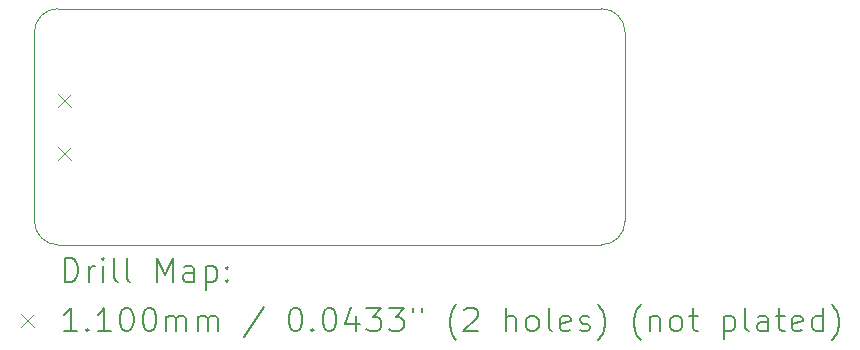
<source format=gbr>
%TF.GenerationSoftware,KiCad,Pcbnew,9.0.0*%
%TF.CreationDate,2025-04-06T23:20:58+02:00*%
%TF.ProjectId,RF-to-USB,52462d74-6f2d-4555-9342-2e6b69636164,rev?*%
%TF.SameCoordinates,Original*%
%TF.FileFunction,Drillmap*%
%TF.FilePolarity,Positive*%
%FSLAX45Y45*%
G04 Gerber Fmt 4.5, Leading zero omitted, Abs format (unit mm)*
G04 Created by KiCad (PCBNEW 9.0.0) date 2025-04-06 23:20:58*
%MOMM*%
%LPD*%
G01*
G04 APERTURE LIST*
%ADD10C,0.050000*%
%ADD11C,0.200000*%
%ADD12C,0.110000*%
G04 APERTURE END LIST*
D10*
X7750000Y-3850000D02*
X12350000Y-3850000D01*
X12350000Y-3850000D02*
G75*
G02*
X12550000Y-4050000I0J-200000D01*
G01*
X12550000Y-5650000D02*
G75*
G02*
X12350000Y-5850000I-200000J0D01*
G01*
X12350000Y-5850000D02*
X7750000Y-5850000D01*
X7550000Y-4050000D02*
G75*
G02*
X7750000Y-3850000I200000J0D01*
G01*
X7750000Y-5850000D02*
G75*
G02*
X7550000Y-5650000I0J200000D01*
G01*
X12550000Y-4050000D02*
X12550000Y-5650000D01*
X7550000Y-5650000D02*
X7550000Y-4050000D01*
D11*
D12*
X7752500Y-4570000D02*
X7862500Y-4680000D01*
X7862500Y-4570000D02*
X7752500Y-4680000D01*
X7752500Y-5020000D02*
X7862500Y-5130000D01*
X7862500Y-5020000D02*
X7752500Y-5130000D01*
D11*
X7808277Y-6163984D02*
X7808277Y-5963984D01*
X7808277Y-5963984D02*
X7855896Y-5963984D01*
X7855896Y-5963984D02*
X7884467Y-5973508D01*
X7884467Y-5973508D02*
X7903515Y-5992555D01*
X7903515Y-5992555D02*
X7913039Y-6011603D01*
X7913039Y-6011603D02*
X7922562Y-6049698D01*
X7922562Y-6049698D02*
X7922562Y-6078269D01*
X7922562Y-6078269D02*
X7913039Y-6116365D01*
X7913039Y-6116365D02*
X7903515Y-6135412D01*
X7903515Y-6135412D02*
X7884467Y-6154460D01*
X7884467Y-6154460D02*
X7855896Y-6163984D01*
X7855896Y-6163984D02*
X7808277Y-6163984D01*
X8008277Y-6163984D02*
X8008277Y-6030650D01*
X8008277Y-6068746D02*
X8017801Y-6049698D01*
X8017801Y-6049698D02*
X8027324Y-6040174D01*
X8027324Y-6040174D02*
X8046372Y-6030650D01*
X8046372Y-6030650D02*
X8065420Y-6030650D01*
X8132086Y-6163984D02*
X8132086Y-6030650D01*
X8132086Y-5963984D02*
X8122562Y-5973508D01*
X8122562Y-5973508D02*
X8132086Y-5983031D01*
X8132086Y-5983031D02*
X8141610Y-5973508D01*
X8141610Y-5973508D02*
X8132086Y-5963984D01*
X8132086Y-5963984D02*
X8132086Y-5983031D01*
X8255896Y-6163984D02*
X8236848Y-6154460D01*
X8236848Y-6154460D02*
X8227324Y-6135412D01*
X8227324Y-6135412D02*
X8227324Y-5963984D01*
X8360658Y-6163984D02*
X8341610Y-6154460D01*
X8341610Y-6154460D02*
X8332086Y-6135412D01*
X8332086Y-6135412D02*
X8332086Y-5963984D01*
X8589229Y-6163984D02*
X8589229Y-5963984D01*
X8589229Y-5963984D02*
X8655896Y-6106841D01*
X8655896Y-6106841D02*
X8722563Y-5963984D01*
X8722563Y-5963984D02*
X8722563Y-6163984D01*
X8903515Y-6163984D02*
X8903515Y-6059222D01*
X8903515Y-6059222D02*
X8893991Y-6040174D01*
X8893991Y-6040174D02*
X8874944Y-6030650D01*
X8874944Y-6030650D02*
X8836848Y-6030650D01*
X8836848Y-6030650D02*
X8817801Y-6040174D01*
X8903515Y-6154460D02*
X8884467Y-6163984D01*
X8884467Y-6163984D02*
X8836848Y-6163984D01*
X8836848Y-6163984D02*
X8817801Y-6154460D01*
X8817801Y-6154460D02*
X8808277Y-6135412D01*
X8808277Y-6135412D02*
X8808277Y-6116365D01*
X8808277Y-6116365D02*
X8817801Y-6097317D01*
X8817801Y-6097317D02*
X8836848Y-6087793D01*
X8836848Y-6087793D02*
X8884467Y-6087793D01*
X8884467Y-6087793D02*
X8903515Y-6078269D01*
X8998753Y-6030650D02*
X8998753Y-6230650D01*
X8998753Y-6040174D02*
X9017801Y-6030650D01*
X9017801Y-6030650D02*
X9055896Y-6030650D01*
X9055896Y-6030650D02*
X9074944Y-6040174D01*
X9074944Y-6040174D02*
X9084467Y-6049698D01*
X9084467Y-6049698D02*
X9093991Y-6068746D01*
X9093991Y-6068746D02*
X9093991Y-6125888D01*
X9093991Y-6125888D02*
X9084467Y-6144936D01*
X9084467Y-6144936D02*
X9074944Y-6154460D01*
X9074944Y-6154460D02*
X9055896Y-6163984D01*
X9055896Y-6163984D02*
X9017801Y-6163984D01*
X9017801Y-6163984D02*
X8998753Y-6154460D01*
X9179705Y-6144936D02*
X9189229Y-6154460D01*
X9189229Y-6154460D02*
X9179705Y-6163984D01*
X9179705Y-6163984D02*
X9170182Y-6154460D01*
X9170182Y-6154460D02*
X9179705Y-6144936D01*
X9179705Y-6144936D02*
X9179705Y-6163984D01*
X9179705Y-6040174D02*
X9189229Y-6049698D01*
X9189229Y-6049698D02*
X9179705Y-6059222D01*
X9179705Y-6059222D02*
X9170182Y-6049698D01*
X9170182Y-6049698D02*
X9179705Y-6040174D01*
X9179705Y-6040174D02*
X9179705Y-6059222D01*
D12*
X7437500Y-6437500D02*
X7547500Y-6547500D01*
X7547500Y-6437500D02*
X7437500Y-6547500D01*
D11*
X7913039Y-6583984D02*
X7798753Y-6583984D01*
X7855896Y-6583984D02*
X7855896Y-6383984D01*
X7855896Y-6383984D02*
X7836848Y-6412555D01*
X7836848Y-6412555D02*
X7817801Y-6431603D01*
X7817801Y-6431603D02*
X7798753Y-6441127D01*
X7998753Y-6564936D02*
X8008277Y-6574460D01*
X8008277Y-6574460D02*
X7998753Y-6583984D01*
X7998753Y-6583984D02*
X7989229Y-6574460D01*
X7989229Y-6574460D02*
X7998753Y-6564936D01*
X7998753Y-6564936D02*
X7998753Y-6583984D01*
X8198753Y-6583984D02*
X8084467Y-6583984D01*
X8141610Y-6583984D02*
X8141610Y-6383984D01*
X8141610Y-6383984D02*
X8122562Y-6412555D01*
X8122562Y-6412555D02*
X8103515Y-6431603D01*
X8103515Y-6431603D02*
X8084467Y-6441127D01*
X8322562Y-6383984D02*
X8341610Y-6383984D01*
X8341610Y-6383984D02*
X8360658Y-6393508D01*
X8360658Y-6393508D02*
X8370182Y-6403031D01*
X8370182Y-6403031D02*
X8379705Y-6422079D01*
X8379705Y-6422079D02*
X8389229Y-6460174D01*
X8389229Y-6460174D02*
X8389229Y-6507793D01*
X8389229Y-6507793D02*
X8379705Y-6545888D01*
X8379705Y-6545888D02*
X8370182Y-6564936D01*
X8370182Y-6564936D02*
X8360658Y-6574460D01*
X8360658Y-6574460D02*
X8341610Y-6583984D01*
X8341610Y-6583984D02*
X8322562Y-6583984D01*
X8322562Y-6583984D02*
X8303515Y-6574460D01*
X8303515Y-6574460D02*
X8293991Y-6564936D01*
X8293991Y-6564936D02*
X8284467Y-6545888D01*
X8284467Y-6545888D02*
X8274943Y-6507793D01*
X8274943Y-6507793D02*
X8274943Y-6460174D01*
X8274943Y-6460174D02*
X8284467Y-6422079D01*
X8284467Y-6422079D02*
X8293991Y-6403031D01*
X8293991Y-6403031D02*
X8303515Y-6393508D01*
X8303515Y-6393508D02*
X8322562Y-6383984D01*
X8513039Y-6383984D02*
X8532086Y-6383984D01*
X8532086Y-6383984D02*
X8551134Y-6393508D01*
X8551134Y-6393508D02*
X8560658Y-6403031D01*
X8560658Y-6403031D02*
X8570182Y-6422079D01*
X8570182Y-6422079D02*
X8579705Y-6460174D01*
X8579705Y-6460174D02*
X8579705Y-6507793D01*
X8579705Y-6507793D02*
X8570182Y-6545888D01*
X8570182Y-6545888D02*
X8560658Y-6564936D01*
X8560658Y-6564936D02*
X8551134Y-6574460D01*
X8551134Y-6574460D02*
X8532086Y-6583984D01*
X8532086Y-6583984D02*
X8513039Y-6583984D01*
X8513039Y-6583984D02*
X8493991Y-6574460D01*
X8493991Y-6574460D02*
X8484467Y-6564936D01*
X8484467Y-6564936D02*
X8474944Y-6545888D01*
X8474944Y-6545888D02*
X8465420Y-6507793D01*
X8465420Y-6507793D02*
X8465420Y-6460174D01*
X8465420Y-6460174D02*
X8474944Y-6422079D01*
X8474944Y-6422079D02*
X8484467Y-6403031D01*
X8484467Y-6403031D02*
X8493991Y-6393508D01*
X8493991Y-6393508D02*
X8513039Y-6383984D01*
X8665420Y-6583984D02*
X8665420Y-6450650D01*
X8665420Y-6469698D02*
X8674944Y-6460174D01*
X8674944Y-6460174D02*
X8693991Y-6450650D01*
X8693991Y-6450650D02*
X8722563Y-6450650D01*
X8722563Y-6450650D02*
X8741610Y-6460174D01*
X8741610Y-6460174D02*
X8751134Y-6479222D01*
X8751134Y-6479222D02*
X8751134Y-6583984D01*
X8751134Y-6479222D02*
X8760658Y-6460174D01*
X8760658Y-6460174D02*
X8779705Y-6450650D01*
X8779705Y-6450650D02*
X8808277Y-6450650D01*
X8808277Y-6450650D02*
X8827325Y-6460174D01*
X8827325Y-6460174D02*
X8836848Y-6479222D01*
X8836848Y-6479222D02*
X8836848Y-6583984D01*
X8932086Y-6583984D02*
X8932086Y-6450650D01*
X8932086Y-6469698D02*
X8941610Y-6460174D01*
X8941610Y-6460174D02*
X8960658Y-6450650D01*
X8960658Y-6450650D02*
X8989229Y-6450650D01*
X8989229Y-6450650D02*
X9008277Y-6460174D01*
X9008277Y-6460174D02*
X9017801Y-6479222D01*
X9017801Y-6479222D02*
X9017801Y-6583984D01*
X9017801Y-6479222D02*
X9027325Y-6460174D01*
X9027325Y-6460174D02*
X9046372Y-6450650D01*
X9046372Y-6450650D02*
X9074944Y-6450650D01*
X9074944Y-6450650D02*
X9093991Y-6460174D01*
X9093991Y-6460174D02*
X9103515Y-6479222D01*
X9103515Y-6479222D02*
X9103515Y-6583984D01*
X9493991Y-6374460D02*
X9322563Y-6631603D01*
X9751134Y-6383984D02*
X9770182Y-6383984D01*
X9770182Y-6383984D02*
X9789229Y-6393508D01*
X9789229Y-6393508D02*
X9798753Y-6403031D01*
X9798753Y-6403031D02*
X9808277Y-6422079D01*
X9808277Y-6422079D02*
X9817801Y-6460174D01*
X9817801Y-6460174D02*
X9817801Y-6507793D01*
X9817801Y-6507793D02*
X9808277Y-6545888D01*
X9808277Y-6545888D02*
X9798753Y-6564936D01*
X9798753Y-6564936D02*
X9789229Y-6574460D01*
X9789229Y-6574460D02*
X9770182Y-6583984D01*
X9770182Y-6583984D02*
X9751134Y-6583984D01*
X9751134Y-6583984D02*
X9732087Y-6574460D01*
X9732087Y-6574460D02*
X9722563Y-6564936D01*
X9722563Y-6564936D02*
X9713039Y-6545888D01*
X9713039Y-6545888D02*
X9703515Y-6507793D01*
X9703515Y-6507793D02*
X9703515Y-6460174D01*
X9703515Y-6460174D02*
X9713039Y-6422079D01*
X9713039Y-6422079D02*
X9722563Y-6403031D01*
X9722563Y-6403031D02*
X9732087Y-6393508D01*
X9732087Y-6393508D02*
X9751134Y-6383984D01*
X9903515Y-6564936D02*
X9913039Y-6574460D01*
X9913039Y-6574460D02*
X9903515Y-6583984D01*
X9903515Y-6583984D02*
X9893991Y-6574460D01*
X9893991Y-6574460D02*
X9903515Y-6564936D01*
X9903515Y-6564936D02*
X9903515Y-6583984D01*
X10036848Y-6383984D02*
X10055896Y-6383984D01*
X10055896Y-6383984D02*
X10074944Y-6393508D01*
X10074944Y-6393508D02*
X10084468Y-6403031D01*
X10084468Y-6403031D02*
X10093991Y-6422079D01*
X10093991Y-6422079D02*
X10103515Y-6460174D01*
X10103515Y-6460174D02*
X10103515Y-6507793D01*
X10103515Y-6507793D02*
X10093991Y-6545888D01*
X10093991Y-6545888D02*
X10084468Y-6564936D01*
X10084468Y-6564936D02*
X10074944Y-6574460D01*
X10074944Y-6574460D02*
X10055896Y-6583984D01*
X10055896Y-6583984D02*
X10036848Y-6583984D01*
X10036848Y-6583984D02*
X10017801Y-6574460D01*
X10017801Y-6574460D02*
X10008277Y-6564936D01*
X10008277Y-6564936D02*
X9998753Y-6545888D01*
X9998753Y-6545888D02*
X9989229Y-6507793D01*
X9989229Y-6507793D02*
X9989229Y-6460174D01*
X9989229Y-6460174D02*
X9998753Y-6422079D01*
X9998753Y-6422079D02*
X10008277Y-6403031D01*
X10008277Y-6403031D02*
X10017801Y-6393508D01*
X10017801Y-6393508D02*
X10036848Y-6383984D01*
X10274944Y-6450650D02*
X10274944Y-6583984D01*
X10227325Y-6374460D02*
X10179706Y-6517317D01*
X10179706Y-6517317D02*
X10303515Y-6517317D01*
X10360658Y-6383984D02*
X10484468Y-6383984D01*
X10484468Y-6383984D02*
X10417801Y-6460174D01*
X10417801Y-6460174D02*
X10446372Y-6460174D01*
X10446372Y-6460174D02*
X10465420Y-6469698D01*
X10465420Y-6469698D02*
X10474944Y-6479222D01*
X10474944Y-6479222D02*
X10484468Y-6498269D01*
X10484468Y-6498269D02*
X10484468Y-6545888D01*
X10484468Y-6545888D02*
X10474944Y-6564936D01*
X10474944Y-6564936D02*
X10465420Y-6574460D01*
X10465420Y-6574460D02*
X10446372Y-6583984D01*
X10446372Y-6583984D02*
X10389229Y-6583984D01*
X10389229Y-6583984D02*
X10370182Y-6574460D01*
X10370182Y-6574460D02*
X10360658Y-6564936D01*
X10551134Y-6383984D02*
X10674944Y-6383984D01*
X10674944Y-6383984D02*
X10608277Y-6460174D01*
X10608277Y-6460174D02*
X10636849Y-6460174D01*
X10636849Y-6460174D02*
X10655896Y-6469698D01*
X10655896Y-6469698D02*
X10665420Y-6479222D01*
X10665420Y-6479222D02*
X10674944Y-6498269D01*
X10674944Y-6498269D02*
X10674944Y-6545888D01*
X10674944Y-6545888D02*
X10665420Y-6564936D01*
X10665420Y-6564936D02*
X10655896Y-6574460D01*
X10655896Y-6574460D02*
X10636849Y-6583984D01*
X10636849Y-6583984D02*
X10579706Y-6583984D01*
X10579706Y-6583984D02*
X10560658Y-6574460D01*
X10560658Y-6574460D02*
X10551134Y-6564936D01*
X10751134Y-6383984D02*
X10751134Y-6422079D01*
X10827325Y-6383984D02*
X10827325Y-6422079D01*
X11122563Y-6660174D02*
X11113039Y-6650650D01*
X11113039Y-6650650D02*
X11093991Y-6622079D01*
X11093991Y-6622079D02*
X11084468Y-6603031D01*
X11084468Y-6603031D02*
X11074944Y-6574460D01*
X11074944Y-6574460D02*
X11065420Y-6526841D01*
X11065420Y-6526841D02*
X11065420Y-6488746D01*
X11065420Y-6488746D02*
X11074944Y-6441127D01*
X11074944Y-6441127D02*
X11084468Y-6412555D01*
X11084468Y-6412555D02*
X11093991Y-6393508D01*
X11093991Y-6393508D02*
X11113039Y-6364936D01*
X11113039Y-6364936D02*
X11122563Y-6355412D01*
X11189229Y-6403031D02*
X11198753Y-6393508D01*
X11198753Y-6393508D02*
X11217801Y-6383984D01*
X11217801Y-6383984D02*
X11265420Y-6383984D01*
X11265420Y-6383984D02*
X11284468Y-6393508D01*
X11284468Y-6393508D02*
X11293991Y-6403031D01*
X11293991Y-6403031D02*
X11303515Y-6422079D01*
X11303515Y-6422079D02*
X11303515Y-6441127D01*
X11303515Y-6441127D02*
X11293991Y-6469698D01*
X11293991Y-6469698D02*
X11179706Y-6583984D01*
X11179706Y-6583984D02*
X11303515Y-6583984D01*
X11541610Y-6583984D02*
X11541610Y-6383984D01*
X11627325Y-6583984D02*
X11627325Y-6479222D01*
X11627325Y-6479222D02*
X11617801Y-6460174D01*
X11617801Y-6460174D02*
X11598753Y-6450650D01*
X11598753Y-6450650D02*
X11570182Y-6450650D01*
X11570182Y-6450650D02*
X11551134Y-6460174D01*
X11551134Y-6460174D02*
X11541610Y-6469698D01*
X11751134Y-6583984D02*
X11732087Y-6574460D01*
X11732087Y-6574460D02*
X11722563Y-6564936D01*
X11722563Y-6564936D02*
X11713039Y-6545888D01*
X11713039Y-6545888D02*
X11713039Y-6488746D01*
X11713039Y-6488746D02*
X11722563Y-6469698D01*
X11722563Y-6469698D02*
X11732087Y-6460174D01*
X11732087Y-6460174D02*
X11751134Y-6450650D01*
X11751134Y-6450650D02*
X11779706Y-6450650D01*
X11779706Y-6450650D02*
X11798753Y-6460174D01*
X11798753Y-6460174D02*
X11808277Y-6469698D01*
X11808277Y-6469698D02*
X11817801Y-6488746D01*
X11817801Y-6488746D02*
X11817801Y-6545888D01*
X11817801Y-6545888D02*
X11808277Y-6564936D01*
X11808277Y-6564936D02*
X11798753Y-6574460D01*
X11798753Y-6574460D02*
X11779706Y-6583984D01*
X11779706Y-6583984D02*
X11751134Y-6583984D01*
X11932087Y-6583984D02*
X11913039Y-6574460D01*
X11913039Y-6574460D02*
X11903515Y-6555412D01*
X11903515Y-6555412D02*
X11903515Y-6383984D01*
X12084468Y-6574460D02*
X12065420Y-6583984D01*
X12065420Y-6583984D02*
X12027325Y-6583984D01*
X12027325Y-6583984D02*
X12008277Y-6574460D01*
X12008277Y-6574460D02*
X11998753Y-6555412D01*
X11998753Y-6555412D02*
X11998753Y-6479222D01*
X11998753Y-6479222D02*
X12008277Y-6460174D01*
X12008277Y-6460174D02*
X12027325Y-6450650D01*
X12027325Y-6450650D02*
X12065420Y-6450650D01*
X12065420Y-6450650D02*
X12084468Y-6460174D01*
X12084468Y-6460174D02*
X12093991Y-6479222D01*
X12093991Y-6479222D02*
X12093991Y-6498269D01*
X12093991Y-6498269D02*
X11998753Y-6517317D01*
X12170182Y-6574460D02*
X12189230Y-6583984D01*
X12189230Y-6583984D02*
X12227325Y-6583984D01*
X12227325Y-6583984D02*
X12246372Y-6574460D01*
X12246372Y-6574460D02*
X12255896Y-6555412D01*
X12255896Y-6555412D02*
X12255896Y-6545888D01*
X12255896Y-6545888D02*
X12246372Y-6526841D01*
X12246372Y-6526841D02*
X12227325Y-6517317D01*
X12227325Y-6517317D02*
X12198753Y-6517317D01*
X12198753Y-6517317D02*
X12179706Y-6507793D01*
X12179706Y-6507793D02*
X12170182Y-6488746D01*
X12170182Y-6488746D02*
X12170182Y-6479222D01*
X12170182Y-6479222D02*
X12179706Y-6460174D01*
X12179706Y-6460174D02*
X12198753Y-6450650D01*
X12198753Y-6450650D02*
X12227325Y-6450650D01*
X12227325Y-6450650D02*
X12246372Y-6460174D01*
X12322563Y-6660174D02*
X12332087Y-6650650D01*
X12332087Y-6650650D02*
X12351134Y-6622079D01*
X12351134Y-6622079D02*
X12360658Y-6603031D01*
X12360658Y-6603031D02*
X12370182Y-6574460D01*
X12370182Y-6574460D02*
X12379706Y-6526841D01*
X12379706Y-6526841D02*
X12379706Y-6488746D01*
X12379706Y-6488746D02*
X12370182Y-6441127D01*
X12370182Y-6441127D02*
X12360658Y-6412555D01*
X12360658Y-6412555D02*
X12351134Y-6393508D01*
X12351134Y-6393508D02*
X12332087Y-6364936D01*
X12332087Y-6364936D02*
X12322563Y-6355412D01*
X12684468Y-6660174D02*
X12674944Y-6650650D01*
X12674944Y-6650650D02*
X12655896Y-6622079D01*
X12655896Y-6622079D02*
X12646372Y-6603031D01*
X12646372Y-6603031D02*
X12636849Y-6574460D01*
X12636849Y-6574460D02*
X12627325Y-6526841D01*
X12627325Y-6526841D02*
X12627325Y-6488746D01*
X12627325Y-6488746D02*
X12636849Y-6441127D01*
X12636849Y-6441127D02*
X12646372Y-6412555D01*
X12646372Y-6412555D02*
X12655896Y-6393508D01*
X12655896Y-6393508D02*
X12674944Y-6364936D01*
X12674944Y-6364936D02*
X12684468Y-6355412D01*
X12760658Y-6450650D02*
X12760658Y-6583984D01*
X12760658Y-6469698D02*
X12770182Y-6460174D01*
X12770182Y-6460174D02*
X12789230Y-6450650D01*
X12789230Y-6450650D02*
X12817801Y-6450650D01*
X12817801Y-6450650D02*
X12836849Y-6460174D01*
X12836849Y-6460174D02*
X12846372Y-6479222D01*
X12846372Y-6479222D02*
X12846372Y-6583984D01*
X12970182Y-6583984D02*
X12951134Y-6574460D01*
X12951134Y-6574460D02*
X12941611Y-6564936D01*
X12941611Y-6564936D02*
X12932087Y-6545888D01*
X12932087Y-6545888D02*
X12932087Y-6488746D01*
X12932087Y-6488746D02*
X12941611Y-6469698D01*
X12941611Y-6469698D02*
X12951134Y-6460174D01*
X12951134Y-6460174D02*
X12970182Y-6450650D01*
X12970182Y-6450650D02*
X12998753Y-6450650D01*
X12998753Y-6450650D02*
X13017801Y-6460174D01*
X13017801Y-6460174D02*
X13027325Y-6469698D01*
X13027325Y-6469698D02*
X13036849Y-6488746D01*
X13036849Y-6488746D02*
X13036849Y-6545888D01*
X13036849Y-6545888D02*
X13027325Y-6564936D01*
X13027325Y-6564936D02*
X13017801Y-6574460D01*
X13017801Y-6574460D02*
X12998753Y-6583984D01*
X12998753Y-6583984D02*
X12970182Y-6583984D01*
X13093992Y-6450650D02*
X13170182Y-6450650D01*
X13122563Y-6383984D02*
X13122563Y-6555412D01*
X13122563Y-6555412D02*
X13132087Y-6574460D01*
X13132087Y-6574460D02*
X13151134Y-6583984D01*
X13151134Y-6583984D02*
X13170182Y-6583984D01*
X13389230Y-6450650D02*
X13389230Y-6650650D01*
X13389230Y-6460174D02*
X13408277Y-6450650D01*
X13408277Y-6450650D02*
X13446373Y-6450650D01*
X13446373Y-6450650D02*
X13465420Y-6460174D01*
X13465420Y-6460174D02*
X13474944Y-6469698D01*
X13474944Y-6469698D02*
X13484468Y-6488746D01*
X13484468Y-6488746D02*
X13484468Y-6545888D01*
X13484468Y-6545888D02*
X13474944Y-6564936D01*
X13474944Y-6564936D02*
X13465420Y-6574460D01*
X13465420Y-6574460D02*
X13446373Y-6583984D01*
X13446373Y-6583984D02*
X13408277Y-6583984D01*
X13408277Y-6583984D02*
X13389230Y-6574460D01*
X13598753Y-6583984D02*
X13579706Y-6574460D01*
X13579706Y-6574460D02*
X13570182Y-6555412D01*
X13570182Y-6555412D02*
X13570182Y-6383984D01*
X13760658Y-6583984D02*
X13760658Y-6479222D01*
X13760658Y-6479222D02*
X13751134Y-6460174D01*
X13751134Y-6460174D02*
X13732087Y-6450650D01*
X13732087Y-6450650D02*
X13693992Y-6450650D01*
X13693992Y-6450650D02*
X13674944Y-6460174D01*
X13760658Y-6574460D02*
X13741611Y-6583984D01*
X13741611Y-6583984D02*
X13693992Y-6583984D01*
X13693992Y-6583984D02*
X13674944Y-6574460D01*
X13674944Y-6574460D02*
X13665420Y-6555412D01*
X13665420Y-6555412D02*
X13665420Y-6536365D01*
X13665420Y-6536365D02*
X13674944Y-6517317D01*
X13674944Y-6517317D02*
X13693992Y-6507793D01*
X13693992Y-6507793D02*
X13741611Y-6507793D01*
X13741611Y-6507793D02*
X13760658Y-6498269D01*
X13827325Y-6450650D02*
X13903515Y-6450650D01*
X13855896Y-6383984D02*
X13855896Y-6555412D01*
X13855896Y-6555412D02*
X13865420Y-6574460D01*
X13865420Y-6574460D02*
X13884468Y-6583984D01*
X13884468Y-6583984D02*
X13903515Y-6583984D01*
X14046373Y-6574460D02*
X14027325Y-6583984D01*
X14027325Y-6583984D02*
X13989230Y-6583984D01*
X13989230Y-6583984D02*
X13970182Y-6574460D01*
X13970182Y-6574460D02*
X13960658Y-6555412D01*
X13960658Y-6555412D02*
X13960658Y-6479222D01*
X13960658Y-6479222D02*
X13970182Y-6460174D01*
X13970182Y-6460174D02*
X13989230Y-6450650D01*
X13989230Y-6450650D02*
X14027325Y-6450650D01*
X14027325Y-6450650D02*
X14046373Y-6460174D01*
X14046373Y-6460174D02*
X14055896Y-6479222D01*
X14055896Y-6479222D02*
X14055896Y-6498269D01*
X14055896Y-6498269D02*
X13960658Y-6517317D01*
X14227325Y-6583984D02*
X14227325Y-6383984D01*
X14227325Y-6574460D02*
X14208277Y-6583984D01*
X14208277Y-6583984D02*
X14170182Y-6583984D01*
X14170182Y-6583984D02*
X14151134Y-6574460D01*
X14151134Y-6574460D02*
X14141611Y-6564936D01*
X14141611Y-6564936D02*
X14132087Y-6545888D01*
X14132087Y-6545888D02*
X14132087Y-6488746D01*
X14132087Y-6488746D02*
X14141611Y-6469698D01*
X14141611Y-6469698D02*
X14151134Y-6460174D01*
X14151134Y-6460174D02*
X14170182Y-6450650D01*
X14170182Y-6450650D02*
X14208277Y-6450650D01*
X14208277Y-6450650D02*
X14227325Y-6460174D01*
X14303515Y-6660174D02*
X14313039Y-6650650D01*
X14313039Y-6650650D02*
X14332087Y-6622079D01*
X14332087Y-6622079D02*
X14341611Y-6603031D01*
X14341611Y-6603031D02*
X14351134Y-6574460D01*
X14351134Y-6574460D02*
X14360658Y-6526841D01*
X14360658Y-6526841D02*
X14360658Y-6488746D01*
X14360658Y-6488746D02*
X14351134Y-6441127D01*
X14351134Y-6441127D02*
X14341611Y-6412555D01*
X14341611Y-6412555D02*
X14332087Y-6393508D01*
X14332087Y-6393508D02*
X14313039Y-6364936D01*
X14313039Y-6364936D02*
X14303515Y-6355412D01*
M02*

</source>
